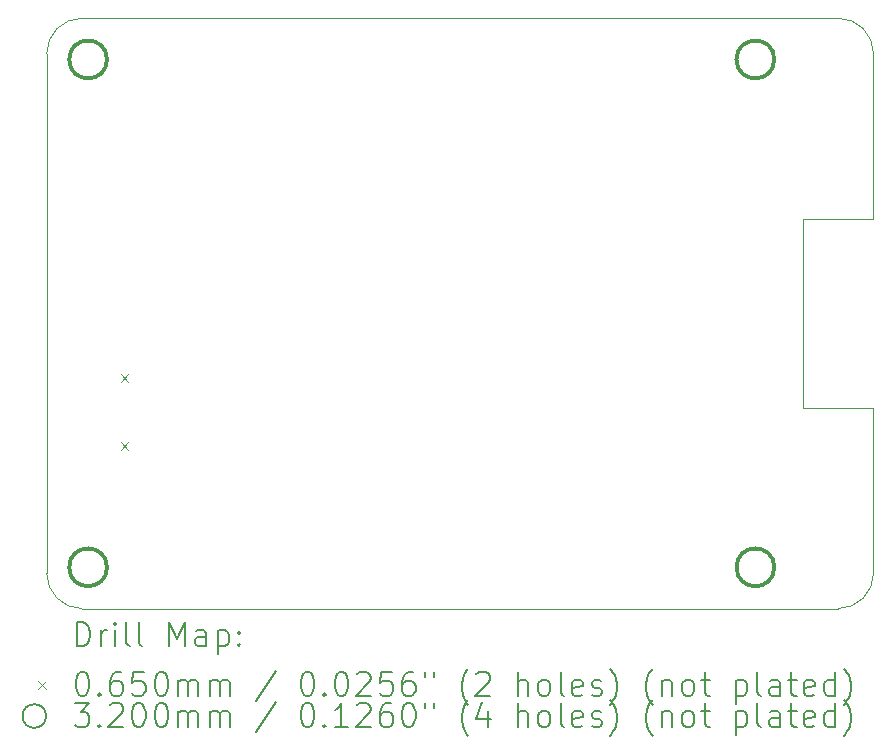
<source format=gbr>
%TF.GenerationSoftware,KiCad,Pcbnew,8.0.7*%
%TF.CreationDate,2025-02-04T22:27:12+09:00*%
%TF.ProjectId,GN10Mainboard,474e3130-4d61-4696-9e62-6f6172642e6b,rev?*%
%TF.SameCoordinates,Original*%
%TF.FileFunction,Drillmap*%
%TF.FilePolarity,Positive*%
%FSLAX45Y45*%
G04 Gerber Fmt 4.5, Leading zero omitted, Abs format (unit mm)*
G04 Created by KiCad (PCBNEW 8.0.7) date 2025-02-04 22:27:12*
%MOMM*%
%LPD*%
G01*
G04 APERTURE LIST*
%ADD10C,0.100000*%
%ADD11C,0.200000*%
%ADD12C,0.320000*%
G04 APERTURE END LIST*
D10*
X13000000Y-14700000D02*
X13000000Y-10300000D01*
X20000000Y-10300000D02*
X20000000Y-11700000D01*
X13300000Y-10000000D02*
X19700000Y-10000000D01*
X19400000Y-13300000D02*
X20000000Y-13300000D01*
X13000000Y-10300000D02*
G75*
G02*
X13300000Y-10000000I300000J0D01*
G01*
X20000000Y-11700000D02*
X19400000Y-11700000D01*
X13300000Y-15000000D02*
G75*
G02*
X13000000Y-14700000I0J300000D01*
G01*
X19700000Y-10000000D02*
G75*
G02*
X20000000Y-10300000I0J-300000D01*
G01*
X19700000Y-15000000D02*
X13300000Y-15000000D01*
X20000000Y-13300000D02*
X20000000Y-14700000D01*
X20000000Y-14700000D02*
G75*
G02*
X19700000Y-15000000I-300000J0D01*
G01*
X19400000Y-11700000D02*
X19400000Y-13300000D01*
D11*
D10*
X13626000Y-13013500D02*
X13691000Y-13078500D01*
X13691000Y-13013500D02*
X13626000Y-13078500D01*
X13626000Y-13591500D02*
X13691000Y-13656500D01*
X13691000Y-13591500D02*
X13626000Y-13656500D01*
D12*
X13510000Y-10350000D02*
G75*
G02*
X13190000Y-10350000I-160000J0D01*
G01*
X13190000Y-10350000D02*
G75*
G02*
X13510000Y-10350000I160000J0D01*
G01*
X13510000Y-14650000D02*
G75*
G02*
X13190000Y-14650000I-160000J0D01*
G01*
X13190000Y-14650000D02*
G75*
G02*
X13510000Y-14650000I160000J0D01*
G01*
X19160000Y-10350000D02*
G75*
G02*
X18840000Y-10350000I-160000J0D01*
G01*
X18840000Y-10350000D02*
G75*
G02*
X19160000Y-10350000I160000J0D01*
G01*
X19160000Y-14650000D02*
G75*
G02*
X18840000Y-14650000I-160000J0D01*
G01*
X18840000Y-14650000D02*
G75*
G02*
X19160000Y-14650000I160000J0D01*
G01*
D11*
X13255777Y-15316484D02*
X13255777Y-15116484D01*
X13255777Y-15116484D02*
X13303396Y-15116484D01*
X13303396Y-15116484D02*
X13331967Y-15126008D01*
X13331967Y-15126008D02*
X13351015Y-15145055D01*
X13351015Y-15145055D02*
X13360539Y-15164103D01*
X13360539Y-15164103D02*
X13370062Y-15202198D01*
X13370062Y-15202198D02*
X13370062Y-15230769D01*
X13370062Y-15230769D02*
X13360539Y-15268865D01*
X13360539Y-15268865D02*
X13351015Y-15287912D01*
X13351015Y-15287912D02*
X13331967Y-15306960D01*
X13331967Y-15306960D02*
X13303396Y-15316484D01*
X13303396Y-15316484D02*
X13255777Y-15316484D01*
X13455777Y-15316484D02*
X13455777Y-15183150D01*
X13455777Y-15221246D02*
X13465301Y-15202198D01*
X13465301Y-15202198D02*
X13474824Y-15192674D01*
X13474824Y-15192674D02*
X13493872Y-15183150D01*
X13493872Y-15183150D02*
X13512920Y-15183150D01*
X13579586Y-15316484D02*
X13579586Y-15183150D01*
X13579586Y-15116484D02*
X13570062Y-15126008D01*
X13570062Y-15126008D02*
X13579586Y-15135531D01*
X13579586Y-15135531D02*
X13589110Y-15126008D01*
X13589110Y-15126008D02*
X13579586Y-15116484D01*
X13579586Y-15116484D02*
X13579586Y-15135531D01*
X13703396Y-15316484D02*
X13684348Y-15306960D01*
X13684348Y-15306960D02*
X13674824Y-15287912D01*
X13674824Y-15287912D02*
X13674824Y-15116484D01*
X13808158Y-15316484D02*
X13789110Y-15306960D01*
X13789110Y-15306960D02*
X13779586Y-15287912D01*
X13779586Y-15287912D02*
X13779586Y-15116484D01*
X14036729Y-15316484D02*
X14036729Y-15116484D01*
X14036729Y-15116484D02*
X14103396Y-15259341D01*
X14103396Y-15259341D02*
X14170062Y-15116484D01*
X14170062Y-15116484D02*
X14170062Y-15316484D01*
X14351015Y-15316484D02*
X14351015Y-15211722D01*
X14351015Y-15211722D02*
X14341491Y-15192674D01*
X14341491Y-15192674D02*
X14322443Y-15183150D01*
X14322443Y-15183150D02*
X14284348Y-15183150D01*
X14284348Y-15183150D02*
X14265301Y-15192674D01*
X14351015Y-15306960D02*
X14331967Y-15316484D01*
X14331967Y-15316484D02*
X14284348Y-15316484D01*
X14284348Y-15316484D02*
X14265301Y-15306960D01*
X14265301Y-15306960D02*
X14255777Y-15287912D01*
X14255777Y-15287912D02*
X14255777Y-15268865D01*
X14255777Y-15268865D02*
X14265301Y-15249817D01*
X14265301Y-15249817D02*
X14284348Y-15240293D01*
X14284348Y-15240293D02*
X14331967Y-15240293D01*
X14331967Y-15240293D02*
X14351015Y-15230769D01*
X14446253Y-15183150D02*
X14446253Y-15383150D01*
X14446253Y-15192674D02*
X14465301Y-15183150D01*
X14465301Y-15183150D02*
X14503396Y-15183150D01*
X14503396Y-15183150D02*
X14522443Y-15192674D01*
X14522443Y-15192674D02*
X14531967Y-15202198D01*
X14531967Y-15202198D02*
X14541491Y-15221246D01*
X14541491Y-15221246D02*
X14541491Y-15278388D01*
X14541491Y-15278388D02*
X14531967Y-15297436D01*
X14531967Y-15297436D02*
X14522443Y-15306960D01*
X14522443Y-15306960D02*
X14503396Y-15316484D01*
X14503396Y-15316484D02*
X14465301Y-15316484D01*
X14465301Y-15316484D02*
X14446253Y-15306960D01*
X14627205Y-15297436D02*
X14636729Y-15306960D01*
X14636729Y-15306960D02*
X14627205Y-15316484D01*
X14627205Y-15316484D02*
X14617682Y-15306960D01*
X14617682Y-15306960D02*
X14627205Y-15297436D01*
X14627205Y-15297436D02*
X14627205Y-15316484D01*
X14627205Y-15192674D02*
X14636729Y-15202198D01*
X14636729Y-15202198D02*
X14627205Y-15211722D01*
X14627205Y-15211722D02*
X14617682Y-15202198D01*
X14617682Y-15202198D02*
X14627205Y-15192674D01*
X14627205Y-15192674D02*
X14627205Y-15211722D01*
D10*
X12930000Y-15612500D02*
X12995000Y-15677500D01*
X12995000Y-15612500D02*
X12930000Y-15677500D01*
D11*
X13293872Y-15536484D02*
X13312920Y-15536484D01*
X13312920Y-15536484D02*
X13331967Y-15546008D01*
X13331967Y-15546008D02*
X13341491Y-15555531D01*
X13341491Y-15555531D02*
X13351015Y-15574579D01*
X13351015Y-15574579D02*
X13360539Y-15612674D01*
X13360539Y-15612674D02*
X13360539Y-15660293D01*
X13360539Y-15660293D02*
X13351015Y-15698388D01*
X13351015Y-15698388D02*
X13341491Y-15717436D01*
X13341491Y-15717436D02*
X13331967Y-15726960D01*
X13331967Y-15726960D02*
X13312920Y-15736484D01*
X13312920Y-15736484D02*
X13293872Y-15736484D01*
X13293872Y-15736484D02*
X13274824Y-15726960D01*
X13274824Y-15726960D02*
X13265301Y-15717436D01*
X13265301Y-15717436D02*
X13255777Y-15698388D01*
X13255777Y-15698388D02*
X13246253Y-15660293D01*
X13246253Y-15660293D02*
X13246253Y-15612674D01*
X13246253Y-15612674D02*
X13255777Y-15574579D01*
X13255777Y-15574579D02*
X13265301Y-15555531D01*
X13265301Y-15555531D02*
X13274824Y-15546008D01*
X13274824Y-15546008D02*
X13293872Y-15536484D01*
X13446253Y-15717436D02*
X13455777Y-15726960D01*
X13455777Y-15726960D02*
X13446253Y-15736484D01*
X13446253Y-15736484D02*
X13436729Y-15726960D01*
X13436729Y-15726960D02*
X13446253Y-15717436D01*
X13446253Y-15717436D02*
X13446253Y-15736484D01*
X13627205Y-15536484D02*
X13589110Y-15536484D01*
X13589110Y-15536484D02*
X13570062Y-15546008D01*
X13570062Y-15546008D02*
X13560539Y-15555531D01*
X13560539Y-15555531D02*
X13541491Y-15584103D01*
X13541491Y-15584103D02*
X13531967Y-15622198D01*
X13531967Y-15622198D02*
X13531967Y-15698388D01*
X13531967Y-15698388D02*
X13541491Y-15717436D01*
X13541491Y-15717436D02*
X13551015Y-15726960D01*
X13551015Y-15726960D02*
X13570062Y-15736484D01*
X13570062Y-15736484D02*
X13608158Y-15736484D01*
X13608158Y-15736484D02*
X13627205Y-15726960D01*
X13627205Y-15726960D02*
X13636729Y-15717436D01*
X13636729Y-15717436D02*
X13646253Y-15698388D01*
X13646253Y-15698388D02*
X13646253Y-15650769D01*
X13646253Y-15650769D02*
X13636729Y-15631722D01*
X13636729Y-15631722D02*
X13627205Y-15622198D01*
X13627205Y-15622198D02*
X13608158Y-15612674D01*
X13608158Y-15612674D02*
X13570062Y-15612674D01*
X13570062Y-15612674D02*
X13551015Y-15622198D01*
X13551015Y-15622198D02*
X13541491Y-15631722D01*
X13541491Y-15631722D02*
X13531967Y-15650769D01*
X13827205Y-15536484D02*
X13731967Y-15536484D01*
X13731967Y-15536484D02*
X13722443Y-15631722D01*
X13722443Y-15631722D02*
X13731967Y-15622198D01*
X13731967Y-15622198D02*
X13751015Y-15612674D01*
X13751015Y-15612674D02*
X13798634Y-15612674D01*
X13798634Y-15612674D02*
X13817682Y-15622198D01*
X13817682Y-15622198D02*
X13827205Y-15631722D01*
X13827205Y-15631722D02*
X13836729Y-15650769D01*
X13836729Y-15650769D02*
X13836729Y-15698388D01*
X13836729Y-15698388D02*
X13827205Y-15717436D01*
X13827205Y-15717436D02*
X13817682Y-15726960D01*
X13817682Y-15726960D02*
X13798634Y-15736484D01*
X13798634Y-15736484D02*
X13751015Y-15736484D01*
X13751015Y-15736484D02*
X13731967Y-15726960D01*
X13731967Y-15726960D02*
X13722443Y-15717436D01*
X13960539Y-15536484D02*
X13979586Y-15536484D01*
X13979586Y-15536484D02*
X13998634Y-15546008D01*
X13998634Y-15546008D02*
X14008158Y-15555531D01*
X14008158Y-15555531D02*
X14017682Y-15574579D01*
X14017682Y-15574579D02*
X14027205Y-15612674D01*
X14027205Y-15612674D02*
X14027205Y-15660293D01*
X14027205Y-15660293D02*
X14017682Y-15698388D01*
X14017682Y-15698388D02*
X14008158Y-15717436D01*
X14008158Y-15717436D02*
X13998634Y-15726960D01*
X13998634Y-15726960D02*
X13979586Y-15736484D01*
X13979586Y-15736484D02*
X13960539Y-15736484D01*
X13960539Y-15736484D02*
X13941491Y-15726960D01*
X13941491Y-15726960D02*
X13931967Y-15717436D01*
X13931967Y-15717436D02*
X13922443Y-15698388D01*
X13922443Y-15698388D02*
X13912920Y-15660293D01*
X13912920Y-15660293D02*
X13912920Y-15612674D01*
X13912920Y-15612674D02*
X13922443Y-15574579D01*
X13922443Y-15574579D02*
X13931967Y-15555531D01*
X13931967Y-15555531D02*
X13941491Y-15546008D01*
X13941491Y-15546008D02*
X13960539Y-15536484D01*
X14112920Y-15736484D02*
X14112920Y-15603150D01*
X14112920Y-15622198D02*
X14122443Y-15612674D01*
X14122443Y-15612674D02*
X14141491Y-15603150D01*
X14141491Y-15603150D02*
X14170063Y-15603150D01*
X14170063Y-15603150D02*
X14189110Y-15612674D01*
X14189110Y-15612674D02*
X14198634Y-15631722D01*
X14198634Y-15631722D02*
X14198634Y-15736484D01*
X14198634Y-15631722D02*
X14208158Y-15612674D01*
X14208158Y-15612674D02*
X14227205Y-15603150D01*
X14227205Y-15603150D02*
X14255777Y-15603150D01*
X14255777Y-15603150D02*
X14274824Y-15612674D01*
X14274824Y-15612674D02*
X14284348Y-15631722D01*
X14284348Y-15631722D02*
X14284348Y-15736484D01*
X14379586Y-15736484D02*
X14379586Y-15603150D01*
X14379586Y-15622198D02*
X14389110Y-15612674D01*
X14389110Y-15612674D02*
X14408158Y-15603150D01*
X14408158Y-15603150D02*
X14436729Y-15603150D01*
X14436729Y-15603150D02*
X14455777Y-15612674D01*
X14455777Y-15612674D02*
X14465301Y-15631722D01*
X14465301Y-15631722D02*
X14465301Y-15736484D01*
X14465301Y-15631722D02*
X14474824Y-15612674D01*
X14474824Y-15612674D02*
X14493872Y-15603150D01*
X14493872Y-15603150D02*
X14522443Y-15603150D01*
X14522443Y-15603150D02*
X14541491Y-15612674D01*
X14541491Y-15612674D02*
X14551015Y-15631722D01*
X14551015Y-15631722D02*
X14551015Y-15736484D01*
X14941491Y-15526960D02*
X14770063Y-15784103D01*
X15198634Y-15536484D02*
X15217682Y-15536484D01*
X15217682Y-15536484D02*
X15236729Y-15546008D01*
X15236729Y-15546008D02*
X15246253Y-15555531D01*
X15246253Y-15555531D02*
X15255777Y-15574579D01*
X15255777Y-15574579D02*
X15265301Y-15612674D01*
X15265301Y-15612674D02*
X15265301Y-15660293D01*
X15265301Y-15660293D02*
X15255777Y-15698388D01*
X15255777Y-15698388D02*
X15246253Y-15717436D01*
X15246253Y-15717436D02*
X15236729Y-15726960D01*
X15236729Y-15726960D02*
X15217682Y-15736484D01*
X15217682Y-15736484D02*
X15198634Y-15736484D01*
X15198634Y-15736484D02*
X15179586Y-15726960D01*
X15179586Y-15726960D02*
X15170063Y-15717436D01*
X15170063Y-15717436D02*
X15160539Y-15698388D01*
X15160539Y-15698388D02*
X15151015Y-15660293D01*
X15151015Y-15660293D02*
X15151015Y-15612674D01*
X15151015Y-15612674D02*
X15160539Y-15574579D01*
X15160539Y-15574579D02*
X15170063Y-15555531D01*
X15170063Y-15555531D02*
X15179586Y-15546008D01*
X15179586Y-15546008D02*
X15198634Y-15536484D01*
X15351015Y-15717436D02*
X15360539Y-15726960D01*
X15360539Y-15726960D02*
X15351015Y-15736484D01*
X15351015Y-15736484D02*
X15341491Y-15726960D01*
X15341491Y-15726960D02*
X15351015Y-15717436D01*
X15351015Y-15717436D02*
X15351015Y-15736484D01*
X15484348Y-15536484D02*
X15503396Y-15536484D01*
X15503396Y-15536484D02*
X15522444Y-15546008D01*
X15522444Y-15546008D02*
X15531967Y-15555531D01*
X15531967Y-15555531D02*
X15541491Y-15574579D01*
X15541491Y-15574579D02*
X15551015Y-15612674D01*
X15551015Y-15612674D02*
X15551015Y-15660293D01*
X15551015Y-15660293D02*
X15541491Y-15698388D01*
X15541491Y-15698388D02*
X15531967Y-15717436D01*
X15531967Y-15717436D02*
X15522444Y-15726960D01*
X15522444Y-15726960D02*
X15503396Y-15736484D01*
X15503396Y-15736484D02*
X15484348Y-15736484D01*
X15484348Y-15736484D02*
X15465301Y-15726960D01*
X15465301Y-15726960D02*
X15455777Y-15717436D01*
X15455777Y-15717436D02*
X15446253Y-15698388D01*
X15446253Y-15698388D02*
X15436729Y-15660293D01*
X15436729Y-15660293D02*
X15436729Y-15612674D01*
X15436729Y-15612674D02*
X15446253Y-15574579D01*
X15446253Y-15574579D02*
X15455777Y-15555531D01*
X15455777Y-15555531D02*
X15465301Y-15546008D01*
X15465301Y-15546008D02*
X15484348Y-15536484D01*
X15627206Y-15555531D02*
X15636729Y-15546008D01*
X15636729Y-15546008D02*
X15655777Y-15536484D01*
X15655777Y-15536484D02*
X15703396Y-15536484D01*
X15703396Y-15536484D02*
X15722444Y-15546008D01*
X15722444Y-15546008D02*
X15731967Y-15555531D01*
X15731967Y-15555531D02*
X15741491Y-15574579D01*
X15741491Y-15574579D02*
X15741491Y-15593627D01*
X15741491Y-15593627D02*
X15731967Y-15622198D01*
X15731967Y-15622198D02*
X15617682Y-15736484D01*
X15617682Y-15736484D02*
X15741491Y-15736484D01*
X15922444Y-15536484D02*
X15827206Y-15536484D01*
X15827206Y-15536484D02*
X15817682Y-15631722D01*
X15817682Y-15631722D02*
X15827206Y-15622198D01*
X15827206Y-15622198D02*
X15846253Y-15612674D01*
X15846253Y-15612674D02*
X15893872Y-15612674D01*
X15893872Y-15612674D02*
X15912920Y-15622198D01*
X15912920Y-15622198D02*
X15922444Y-15631722D01*
X15922444Y-15631722D02*
X15931967Y-15650769D01*
X15931967Y-15650769D02*
X15931967Y-15698388D01*
X15931967Y-15698388D02*
X15922444Y-15717436D01*
X15922444Y-15717436D02*
X15912920Y-15726960D01*
X15912920Y-15726960D02*
X15893872Y-15736484D01*
X15893872Y-15736484D02*
X15846253Y-15736484D01*
X15846253Y-15736484D02*
X15827206Y-15726960D01*
X15827206Y-15726960D02*
X15817682Y-15717436D01*
X16103396Y-15536484D02*
X16065301Y-15536484D01*
X16065301Y-15536484D02*
X16046253Y-15546008D01*
X16046253Y-15546008D02*
X16036729Y-15555531D01*
X16036729Y-15555531D02*
X16017682Y-15584103D01*
X16017682Y-15584103D02*
X16008158Y-15622198D01*
X16008158Y-15622198D02*
X16008158Y-15698388D01*
X16008158Y-15698388D02*
X16017682Y-15717436D01*
X16017682Y-15717436D02*
X16027206Y-15726960D01*
X16027206Y-15726960D02*
X16046253Y-15736484D01*
X16046253Y-15736484D02*
X16084348Y-15736484D01*
X16084348Y-15736484D02*
X16103396Y-15726960D01*
X16103396Y-15726960D02*
X16112920Y-15717436D01*
X16112920Y-15717436D02*
X16122444Y-15698388D01*
X16122444Y-15698388D02*
X16122444Y-15650769D01*
X16122444Y-15650769D02*
X16112920Y-15631722D01*
X16112920Y-15631722D02*
X16103396Y-15622198D01*
X16103396Y-15622198D02*
X16084348Y-15612674D01*
X16084348Y-15612674D02*
X16046253Y-15612674D01*
X16046253Y-15612674D02*
X16027206Y-15622198D01*
X16027206Y-15622198D02*
X16017682Y-15631722D01*
X16017682Y-15631722D02*
X16008158Y-15650769D01*
X16198634Y-15536484D02*
X16198634Y-15574579D01*
X16274825Y-15536484D02*
X16274825Y-15574579D01*
X16570063Y-15812674D02*
X16560539Y-15803150D01*
X16560539Y-15803150D02*
X16541491Y-15774579D01*
X16541491Y-15774579D02*
X16531968Y-15755531D01*
X16531968Y-15755531D02*
X16522444Y-15726960D01*
X16522444Y-15726960D02*
X16512920Y-15679341D01*
X16512920Y-15679341D02*
X16512920Y-15641246D01*
X16512920Y-15641246D02*
X16522444Y-15593627D01*
X16522444Y-15593627D02*
X16531968Y-15565055D01*
X16531968Y-15565055D02*
X16541491Y-15546008D01*
X16541491Y-15546008D02*
X16560539Y-15517436D01*
X16560539Y-15517436D02*
X16570063Y-15507912D01*
X16636729Y-15555531D02*
X16646253Y-15546008D01*
X16646253Y-15546008D02*
X16665301Y-15536484D01*
X16665301Y-15536484D02*
X16712920Y-15536484D01*
X16712920Y-15536484D02*
X16731968Y-15546008D01*
X16731968Y-15546008D02*
X16741491Y-15555531D01*
X16741491Y-15555531D02*
X16751015Y-15574579D01*
X16751015Y-15574579D02*
X16751015Y-15593627D01*
X16751015Y-15593627D02*
X16741491Y-15622198D01*
X16741491Y-15622198D02*
X16627206Y-15736484D01*
X16627206Y-15736484D02*
X16751015Y-15736484D01*
X16989111Y-15736484D02*
X16989111Y-15536484D01*
X17074825Y-15736484D02*
X17074825Y-15631722D01*
X17074825Y-15631722D02*
X17065301Y-15612674D01*
X17065301Y-15612674D02*
X17046253Y-15603150D01*
X17046253Y-15603150D02*
X17017682Y-15603150D01*
X17017682Y-15603150D02*
X16998634Y-15612674D01*
X16998634Y-15612674D02*
X16989111Y-15622198D01*
X17198634Y-15736484D02*
X17179587Y-15726960D01*
X17179587Y-15726960D02*
X17170063Y-15717436D01*
X17170063Y-15717436D02*
X17160539Y-15698388D01*
X17160539Y-15698388D02*
X17160539Y-15641246D01*
X17160539Y-15641246D02*
X17170063Y-15622198D01*
X17170063Y-15622198D02*
X17179587Y-15612674D01*
X17179587Y-15612674D02*
X17198634Y-15603150D01*
X17198634Y-15603150D02*
X17227206Y-15603150D01*
X17227206Y-15603150D02*
X17246253Y-15612674D01*
X17246253Y-15612674D02*
X17255777Y-15622198D01*
X17255777Y-15622198D02*
X17265301Y-15641246D01*
X17265301Y-15641246D02*
X17265301Y-15698388D01*
X17265301Y-15698388D02*
X17255777Y-15717436D01*
X17255777Y-15717436D02*
X17246253Y-15726960D01*
X17246253Y-15726960D02*
X17227206Y-15736484D01*
X17227206Y-15736484D02*
X17198634Y-15736484D01*
X17379587Y-15736484D02*
X17360539Y-15726960D01*
X17360539Y-15726960D02*
X17351015Y-15707912D01*
X17351015Y-15707912D02*
X17351015Y-15536484D01*
X17531968Y-15726960D02*
X17512920Y-15736484D01*
X17512920Y-15736484D02*
X17474825Y-15736484D01*
X17474825Y-15736484D02*
X17455777Y-15726960D01*
X17455777Y-15726960D02*
X17446253Y-15707912D01*
X17446253Y-15707912D02*
X17446253Y-15631722D01*
X17446253Y-15631722D02*
X17455777Y-15612674D01*
X17455777Y-15612674D02*
X17474825Y-15603150D01*
X17474825Y-15603150D02*
X17512920Y-15603150D01*
X17512920Y-15603150D02*
X17531968Y-15612674D01*
X17531968Y-15612674D02*
X17541492Y-15631722D01*
X17541492Y-15631722D02*
X17541492Y-15650769D01*
X17541492Y-15650769D02*
X17446253Y-15669817D01*
X17617682Y-15726960D02*
X17636730Y-15736484D01*
X17636730Y-15736484D02*
X17674825Y-15736484D01*
X17674825Y-15736484D02*
X17693873Y-15726960D01*
X17693873Y-15726960D02*
X17703396Y-15707912D01*
X17703396Y-15707912D02*
X17703396Y-15698388D01*
X17703396Y-15698388D02*
X17693873Y-15679341D01*
X17693873Y-15679341D02*
X17674825Y-15669817D01*
X17674825Y-15669817D02*
X17646253Y-15669817D01*
X17646253Y-15669817D02*
X17627206Y-15660293D01*
X17627206Y-15660293D02*
X17617682Y-15641246D01*
X17617682Y-15641246D02*
X17617682Y-15631722D01*
X17617682Y-15631722D02*
X17627206Y-15612674D01*
X17627206Y-15612674D02*
X17646253Y-15603150D01*
X17646253Y-15603150D02*
X17674825Y-15603150D01*
X17674825Y-15603150D02*
X17693873Y-15612674D01*
X17770063Y-15812674D02*
X17779587Y-15803150D01*
X17779587Y-15803150D02*
X17798634Y-15774579D01*
X17798634Y-15774579D02*
X17808158Y-15755531D01*
X17808158Y-15755531D02*
X17817682Y-15726960D01*
X17817682Y-15726960D02*
X17827206Y-15679341D01*
X17827206Y-15679341D02*
X17827206Y-15641246D01*
X17827206Y-15641246D02*
X17817682Y-15593627D01*
X17817682Y-15593627D02*
X17808158Y-15565055D01*
X17808158Y-15565055D02*
X17798634Y-15546008D01*
X17798634Y-15546008D02*
X17779587Y-15517436D01*
X17779587Y-15517436D02*
X17770063Y-15507912D01*
X18131968Y-15812674D02*
X18122444Y-15803150D01*
X18122444Y-15803150D02*
X18103396Y-15774579D01*
X18103396Y-15774579D02*
X18093873Y-15755531D01*
X18093873Y-15755531D02*
X18084349Y-15726960D01*
X18084349Y-15726960D02*
X18074825Y-15679341D01*
X18074825Y-15679341D02*
X18074825Y-15641246D01*
X18074825Y-15641246D02*
X18084349Y-15593627D01*
X18084349Y-15593627D02*
X18093873Y-15565055D01*
X18093873Y-15565055D02*
X18103396Y-15546008D01*
X18103396Y-15546008D02*
X18122444Y-15517436D01*
X18122444Y-15517436D02*
X18131968Y-15507912D01*
X18208158Y-15603150D02*
X18208158Y-15736484D01*
X18208158Y-15622198D02*
X18217682Y-15612674D01*
X18217682Y-15612674D02*
X18236730Y-15603150D01*
X18236730Y-15603150D02*
X18265301Y-15603150D01*
X18265301Y-15603150D02*
X18284349Y-15612674D01*
X18284349Y-15612674D02*
X18293873Y-15631722D01*
X18293873Y-15631722D02*
X18293873Y-15736484D01*
X18417682Y-15736484D02*
X18398634Y-15726960D01*
X18398634Y-15726960D02*
X18389111Y-15717436D01*
X18389111Y-15717436D02*
X18379587Y-15698388D01*
X18379587Y-15698388D02*
X18379587Y-15641246D01*
X18379587Y-15641246D02*
X18389111Y-15622198D01*
X18389111Y-15622198D02*
X18398634Y-15612674D01*
X18398634Y-15612674D02*
X18417682Y-15603150D01*
X18417682Y-15603150D02*
X18446254Y-15603150D01*
X18446254Y-15603150D02*
X18465301Y-15612674D01*
X18465301Y-15612674D02*
X18474825Y-15622198D01*
X18474825Y-15622198D02*
X18484349Y-15641246D01*
X18484349Y-15641246D02*
X18484349Y-15698388D01*
X18484349Y-15698388D02*
X18474825Y-15717436D01*
X18474825Y-15717436D02*
X18465301Y-15726960D01*
X18465301Y-15726960D02*
X18446254Y-15736484D01*
X18446254Y-15736484D02*
X18417682Y-15736484D01*
X18541492Y-15603150D02*
X18617682Y-15603150D01*
X18570063Y-15536484D02*
X18570063Y-15707912D01*
X18570063Y-15707912D02*
X18579587Y-15726960D01*
X18579587Y-15726960D02*
X18598634Y-15736484D01*
X18598634Y-15736484D02*
X18617682Y-15736484D01*
X18836730Y-15603150D02*
X18836730Y-15803150D01*
X18836730Y-15612674D02*
X18855777Y-15603150D01*
X18855777Y-15603150D02*
X18893873Y-15603150D01*
X18893873Y-15603150D02*
X18912920Y-15612674D01*
X18912920Y-15612674D02*
X18922444Y-15622198D01*
X18922444Y-15622198D02*
X18931968Y-15641246D01*
X18931968Y-15641246D02*
X18931968Y-15698388D01*
X18931968Y-15698388D02*
X18922444Y-15717436D01*
X18922444Y-15717436D02*
X18912920Y-15726960D01*
X18912920Y-15726960D02*
X18893873Y-15736484D01*
X18893873Y-15736484D02*
X18855777Y-15736484D01*
X18855777Y-15736484D02*
X18836730Y-15726960D01*
X19046254Y-15736484D02*
X19027206Y-15726960D01*
X19027206Y-15726960D02*
X19017682Y-15707912D01*
X19017682Y-15707912D02*
X19017682Y-15536484D01*
X19208158Y-15736484D02*
X19208158Y-15631722D01*
X19208158Y-15631722D02*
X19198635Y-15612674D01*
X19198635Y-15612674D02*
X19179587Y-15603150D01*
X19179587Y-15603150D02*
X19141492Y-15603150D01*
X19141492Y-15603150D02*
X19122444Y-15612674D01*
X19208158Y-15726960D02*
X19189111Y-15736484D01*
X19189111Y-15736484D02*
X19141492Y-15736484D01*
X19141492Y-15736484D02*
X19122444Y-15726960D01*
X19122444Y-15726960D02*
X19112920Y-15707912D01*
X19112920Y-15707912D02*
X19112920Y-15688865D01*
X19112920Y-15688865D02*
X19122444Y-15669817D01*
X19122444Y-15669817D02*
X19141492Y-15660293D01*
X19141492Y-15660293D02*
X19189111Y-15660293D01*
X19189111Y-15660293D02*
X19208158Y-15650769D01*
X19274825Y-15603150D02*
X19351015Y-15603150D01*
X19303396Y-15536484D02*
X19303396Y-15707912D01*
X19303396Y-15707912D02*
X19312920Y-15726960D01*
X19312920Y-15726960D02*
X19331968Y-15736484D01*
X19331968Y-15736484D02*
X19351015Y-15736484D01*
X19493873Y-15726960D02*
X19474825Y-15736484D01*
X19474825Y-15736484D02*
X19436730Y-15736484D01*
X19436730Y-15736484D02*
X19417682Y-15726960D01*
X19417682Y-15726960D02*
X19408158Y-15707912D01*
X19408158Y-15707912D02*
X19408158Y-15631722D01*
X19408158Y-15631722D02*
X19417682Y-15612674D01*
X19417682Y-15612674D02*
X19436730Y-15603150D01*
X19436730Y-15603150D02*
X19474825Y-15603150D01*
X19474825Y-15603150D02*
X19493873Y-15612674D01*
X19493873Y-15612674D02*
X19503396Y-15631722D01*
X19503396Y-15631722D02*
X19503396Y-15650769D01*
X19503396Y-15650769D02*
X19408158Y-15669817D01*
X19674825Y-15736484D02*
X19674825Y-15536484D01*
X19674825Y-15726960D02*
X19655777Y-15736484D01*
X19655777Y-15736484D02*
X19617682Y-15736484D01*
X19617682Y-15736484D02*
X19598635Y-15726960D01*
X19598635Y-15726960D02*
X19589111Y-15717436D01*
X19589111Y-15717436D02*
X19579587Y-15698388D01*
X19579587Y-15698388D02*
X19579587Y-15641246D01*
X19579587Y-15641246D02*
X19589111Y-15622198D01*
X19589111Y-15622198D02*
X19598635Y-15612674D01*
X19598635Y-15612674D02*
X19617682Y-15603150D01*
X19617682Y-15603150D02*
X19655777Y-15603150D01*
X19655777Y-15603150D02*
X19674825Y-15612674D01*
X19751016Y-15812674D02*
X19760539Y-15803150D01*
X19760539Y-15803150D02*
X19779587Y-15774579D01*
X19779587Y-15774579D02*
X19789111Y-15755531D01*
X19789111Y-15755531D02*
X19798635Y-15726960D01*
X19798635Y-15726960D02*
X19808158Y-15679341D01*
X19808158Y-15679341D02*
X19808158Y-15641246D01*
X19808158Y-15641246D02*
X19798635Y-15593627D01*
X19798635Y-15593627D02*
X19789111Y-15565055D01*
X19789111Y-15565055D02*
X19779587Y-15546008D01*
X19779587Y-15546008D02*
X19760539Y-15517436D01*
X19760539Y-15517436D02*
X19751016Y-15507912D01*
X12995000Y-15909000D02*
G75*
G02*
X12795000Y-15909000I-100000J0D01*
G01*
X12795000Y-15909000D02*
G75*
G02*
X12995000Y-15909000I100000J0D01*
G01*
X13236729Y-15800484D02*
X13360539Y-15800484D01*
X13360539Y-15800484D02*
X13293872Y-15876674D01*
X13293872Y-15876674D02*
X13322443Y-15876674D01*
X13322443Y-15876674D02*
X13341491Y-15886198D01*
X13341491Y-15886198D02*
X13351015Y-15895722D01*
X13351015Y-15895722D02*
X13360539Y-15914769D01*
X13360539Y-15914769D02*
X13360539Y-15962388D01*
X13360539Y-15962388D02*
X13351015Y-15981436D01*
X13351015Y-15981436D02*
X13341491Y-15990960D01*
X13341491Y-15990960D02*
X13322443Y-16000484D01*
X13322443Y-16000484D02*
X13265301Y-16000484D01*
X13265301Y-16000484D02*
X13246253Y-15990960D01*
X13246253Y-15990960D02*
X13236729Y-15981436D01*
X13446253Y-15981436D02*
X13455777Y-15990960D01*
X13455777Y-15990960D02*
X13446253Y-16000484D01*
X13446253Y-16000484D02*
X13436729Y-15990960D01*
X13436729Y-15990960D02*
X13446253Y-15981436D01*
X13446253Y-15981436D02*
X13446253Y-16000484D01*
X13531967Y-15819531D02*
X13541491Y-15810008D01*
X13541491Y-15810008D02*
X13560539Y-15800484D01*
X13560539Y-15800484D02*
X13608158Y-15800484D01*
X13608158Y-15800484D02*
X13627205Y-15810008D01*
X13627205Y-15810008D02*
X13636729Y-15819531D01*
X13636729Y-15819531D02*
X13646253Y-15838579D01*
X13646253Y-15838579D02*
X13646253Y-15857627D01*
X13646253Y-15857627D02*
X13636729Y-15886198D01*
X13636729Y-15886198D02*
X13522443Y-16000484D01*
X13522443Y-16000484D02*
X13646253Y-16000484D01*
X13770062Y-15800484D02*
X13789110Y-15800484D01*
X13789110Y-15800484D02*
X13808158Y-15810008D01*
X13808158Y-15810008D02*
X13817682Y-15819531D01*
X13817682Y-15819531D02*
X13827205Y-15838579D01*
X13827205Y-15838579D02*
X13836729Y-15876674D01*
X13836729Y-15876674D02*
X13836729Y-15924293D01*
X13836729Y-15924293D02*
X13827205Y-15962388D01*
X13827205Y-15962388D02*
X13817682Y-15981436D01*
X13817682Y-15981436D02*
X13808158Y-15990960D01*
X13808158Y-15990960D02*
X13789110Y-16000484D01*
X13789110Y-16000484D02*
X13770062Y-16000484D01*
X13770062Y-16000484D02*
X13751015Y-15990960D01*
X13751015Y-15990960D02*
X13741491Y-15981436D01*
X13741491Y-15981436D02*
X13731967Y-15962388D01*
X13731967Y-15962388D02*
X13722443Y-15924293D01*
X13722443Y-15924293D02*
X13722443Y-15876674D01*
X13722443Y-15876674D02*
X13731967Y-15838579D01*
X13731967Y-15838579D02*
X13741491Y-15819531D01*
X13741491Y-15819531D02*
X13751015Y-15810008D01*
X13751015Y-15810008D02*
X13770062Y-15800484D01*
X13960539Y-15800484D02*
X13979586Y-15800484D01*
X13979586Y-15800484D02*
X13998634Y-15810008D01*
X13998634Y-15810008D02*
X14008158Y-15819531D01*
X14008158Y-15819531D02*
X14017682Y-15838579D01*
X14017682Y-15838579D02*
X14027205Y-15876674D01*
X14027205Y-15876674D02*
X14027205Y-15924293D01*
X14027205Y-15924293D02*
X14017682Y-15962388D01*
X14017682Y-15962388D02*
X14008158Y-15981436D01*
X14008158Y-15981436D02*
X13998634Y-15990960D01*
X13998634Y-15990960D02*
X13979586Y-16000484D01*
X13979586Y-16000484D02*
X13960539Y-16000484D01*
X13960539Y-16000484D02*
X13941491Y-15990960D01*
X13941491Y-15990960D02*
X13931967Y-15981436D01*
X13931967Y-15981436D02*
X13922443Y-15962388D01*
X13922443Y-15962388D02*
X13912920Y-15924293D01*
X13912920Y-15924293D02*
X13912920Y-15876674D01*
X13912920Y-15876674D02*
X13922443Y-15838579D01*
X13922443Y-15838579D02*
X13931967Y-15819531D01*
X13931967Y-15819531D02*
X13941491Y-15810008D01*
X13941491Y-15810008D02*
X13960539Y-15800484D01*
X14112920Y-16000484D02*
X14112920Y-15867150D01*
X14112920Y-15886198D02*
X14122443Y-15876674D01*
X14122443Y-15876674D02*
X14141491Y-15867150D01*
X14141491Y-15867150D02*
X14170063Y-15867150D01*
X14170063Y-15867150D02*
X14189110Y-15876674D01*
X14189110Y-15876674D02*
X14198634Y-15895722D01*
X14198634Y-15895722D02*
X14198634Y-16000484D01*
X14198634Y-15895722D02*
X14208158Y-15876674D01*
X14208158Y-15876674D02*
X14227205Y-15867150D01*
X14227205Y-15867150D02*
X14255777Y-15867150D01*
X14255777Y-15867150D02*
X14274824Y-15876674D01*
X14274824Y-15876674D02*
X14284348Y-15895722D01*
X14284348Y-15895722D02*
X14284348Y-16000484D01*
X14379586Y-16000484D02*
X14379586Y-15867150D01*
X14379586Y-15886198D02*
X14389110Y-15876674D01*
X14389110Y-15876674D02*
X14408158Y-15867150D01*
X14408158Y-15867150D02*
X14436729Y-15867150D01*
X14436729Y-15867150D02*
X14455777Y-15876674D01*
X14455777Y-15876674D02*
X14465301Y-15895722D01*
X14465301Y-15895722D02*
X14465301Y-16000484D01*
X14465301Y-15895722D02*
X14474824Y-15876674D01*
X14474824Y-15876674D02*
X14493872Y-15867150D01*
X14493872Y-15867150D02*
X14522443Y-15867150D01*
X14522443Y-15867150D02*
X14541491Y-15876674D01*
X14541491Y-15876674D02*
X14551015Y-15895722D01*
X14551015Y-15895722D02*
X14551015Y-16000484D01*
X14941491Y-15790960D02*
X14770063Y-16048103D01*
X15198634Y-15800484D02*
X15217682Y-15800484D01*
X15217682Y-15800484D02*
X15236729Y-15810008D01*
X15236729Y-15810008D02*
X15246253Y-15819531D01*
X15246253Y-15819531D02*
X15255777Y-15838579D01*
X15255777Y-15838579D02*
X15265301Y-15876674D01*
X15265301Y-15876674D02*
X15265301Y-15924293D01*
X15265301Y-15924293D02*
X15255777Y-15962388D01*
X15255777Y-15962388D02*
X15246253Y-15981436D01*
X15246253Y-15981436D02*
X15236729Y-15990960D01*
X15236729Y-15990960D02*
X15217682Y-16000484D01*
X15217682Y-16000484D02*
X15198634Y-16000484D01*
X15198634Y-16000484D02*
X15179586Y-15990960D01*
X15179586Y-15990960D02*
X15170063Y-15981436D01*
X15170063Y-15981436D02*
X15160539Y-15962388D01*
X15160539Y-15962388D02*
X15151015Y-15924293D01*
X15151015Y-15924293D02*
X15151015Y-15876674D01*
X15151015Y-15876674D02*
X15160539Y-15838579D01*
X15160539Y-15838579D02*
X15170063Y-15819531D01*
X15170063Y-15819531D02*
X15179586Y-15810008D01*
X15179586Y-15810008D02*
X15198634Y-15800484D01*
X15351015Y-15981436D02*
X15360539Y-15990960D01*
X15360539Y-15990960D02*
X15351015Y-16000484D01*
X15351015Y-16000484D02*
X15341491Y-15990960D01*
X15341491Y-15990960D02*
X15351015Y-15981436D01*
X15351015Y-15981436D02*
X15351015Y-16000484D01*
X15551015Y-16000484D02*
X15436729Y-16000484D01*
X15493872Y-16000484D02*
X15493872Y-15800484D01*
X15493872Y-15800484D02*
X15474825Y-15829055D01*
X15474825Y-15829055D02*
X15455777Y-15848103D01*
X15455777Y-15848103D02*
X15436729Y-15857627D01*
X15627206Y-15819531D02*
X15636729Y-15810008D01*
X15636729Y-15810008D02*
X15655777Y-15800484D01*
X15655777Y-15800484D02*
X15703396Y-15800484D01*
X15703396Y-15800484D02*
X15722444Y-15810008D01*
X15722444Y-15810008D02*
X15731967Y-15819531D01*
X15731967Y-15819531D02*
X15741491Y-15838579D01*
X15741491Y-15838579D02*
X15741491Y-15857627D01*
X15741491Y-15857627D02*
X15731967Y-15886198D01*
X15731967Y-15886198D02*
X15617682Y-16000484D01*
X15617682Y-16000484D02*
X15741491Y-16000484D01*
X15912920Y-15800484D02*
X15874825Y-15800484D01*
X15874825Y-15800484D02*
X15855777Y-15810008D01*
X15855777Y-15810008D02*
X15846253Y-15819531D01*
X15846253Y-15819531D02*
X15827206Y-15848103D01*
X15827206Y-15848103D02*
X15817682Y-15886198D01*
X15817682Y-15886198D02*
X15817682Y-15962388D01*
X15817682Y-15962388D02*
X15827206Y-15981436D01*
X15827206Y-15981436D02*
X15836729Y-15990960D01*
X15836729Y-15990960D02*
X15855777Y-16000484D01*
X15855777Y-16000484D02*
X15893872Y-16000484D01*
X15893872Y-16000484D02*
X15912920Y-15990960D01*
X15912920Y-15990960D02*
X15922444Y-15981436D01*
X15922444Y-15981436D02*
X15931967Y-15962388D01*
X15931967Y-15962388D02*
X15931967Y-15914769D01*
X15931967Y-15914769D02*
X15922444Y-15895722D01*
X15922444Y-15895722D02*
X15912920Y-15886198D01*
X15912920Y-15886198D02*
X15893872Y-15876674D01*
X15893872Y-15876674D02*
X15855777Y-15876674D01*
X15855777Y-15876674D02*
X15836729Y-15886198D01*
X15836729Y-15886198D02*
X15827206Y-15895722D01*
X15827206Y-15895722D02*
X15817682Y-15914769D01*
X16055777Y-15800484D02*
X16074825Y-15800484D01*
X16074825Y-15800484D02*
X16093872Y-15810008D01*
X16093872Y-15810008D02*
X16103396Y-15819531D01*
X16103396Y-15819531D02*
X16112920Y-15838579D01*
X16112920Y-15838579D02*
X16122444Y-15876674D01*
X16122444Y-15876674D02*
X16122444Y-15924293D01*
X16122444Y-15924293D02*
X16112920Y-15962388D01*
X16112920Y-15962388D02*
X16103396Y-15981436D01*
X16103396Y-15981436D02*
X16093872Y-15990960D01*
X16093872Y-15990960D02*
X16074825Y-16000484D01*
X16074825Y-16000484D02*
X16055777Y-16000484D01*
X16055777Y-16000484D02*
X16036729Y-15990960D01*
X16036729Y-15990960D02*
X16027206Y-15981436D01*
X16027206Y-15981436D02*
X16017682Y-15962388D01*
X16017682Y-15962388D02*
X16008158Y-15924293D01*
X16008158Y-15924293D02*
X16008158Y-15876674D01*
X16008158Y-15876674D02*
X16017682Y-15838579D01*
X16017682Y-15838579D02*
X16027206Y-15819531D01*
X16027206Y-15819531D02*
X16036729Y-15810008D01*
X16036729Y-15810008D02*
X16055777Y-15800484D01*
X16198634Y-15800484D02*
X16198634Y-15838579D01*
X16274825Y-15800484D02*
X16274825Y-15838579D01*
X16570063Y-16076674D02*
X16560539Y-16067150D01*
X16560539Y-16067150D02*
X16541491Y-16038579D01*
X16541491Y-16038579D02*
X16531968Y-16019531D01*
X16531968Y-16019531D02*
X16522444Y-15990960D01*
X16522444Y-15990960D02*
X16512920Y-15943341D01*
X16512920Y-15943341D02*
X16512920Y-15905246D01*
X16512920Y-15905246D02*
X16522444Y-15857627D01*
X16522444Y-15857627D02*
X16531968Y-15829055D01*
X16531968Y-15829055D02*
X16541491Y-15810008D01*
X16541491Y-15810008D02*
X16560539Y-15781436D01*
X16560539Y-15781436D02*
X16570063Y-15771912D01*
X16731968Y-15867150D02*
X16731968Y-16000484D01*
X16684348Y-15790960D02*
X16636729Y-15933817D01*
X16636729Y-15933817D02*
X16760539Y-15933817D01*
X16989111Y-16000484D02*
X16989111Y-15800484D01*
X17074825Y-16000484D02*
X17074825Y-15895722D01*
X17074825Y-15895722D02*
X17065301Y-15876674D01*
X17065301Y-15876674D02*
X17046253Y-15867150D01*
X17046253Y-15867150D02*
X17017682Y-15867150D01*
X17017682Y-15867150D02*
X16998634Y-15876674D01*
X16998634Y-15876674D02*
X16989111Y-15886198D01*
X17198634Y-16000484D02*
X17179587Y-15990960D01*
X17179587Y-15990960D02*
X17170063Y-15981436D01*
X17170063Y-15981436D02*
X17160539Y-15962388D01*
X17160539Y-15962388D02*
X17160539Y-15905246D01*
X17160539Y-15905246D02*
X17170063Y-15886198D01*
X17170063Y-15886198D02*
X17179587Y-15876674D01*
X17179587Y-15876674D02*
X17198634Y-15867150D01*
X17198634Y-15867150D02*
X17227206Y-15867150D01*
X17227206Y-15867150D02*
X17246253Y-15876674D01*
X17246253Y-15876674D02*
X17255777Y-15886198D01*
X17255777Y-15886198D02*
X17265301Y-15905246D01*
X17265301Y-15905246D02*
X17265301Y-15962388D01*
X17265301Y-15962388D02*
X17255777Y-15981436D01*
X17255777Y-15981436D02*
X17246253Y-15990960D01*
X17246253Y-15990960D02*
X17227206Y-16000484D01*
X17227206Y-16000484D02*
X17198634Y-16000484D01*
X17379587Y-16000484D02*
X17360539Y-15990960D01*
X17360539Y-15990960D02*
X17351015Y-15971912D01*
X17351015Y-15971912D02*
X17351015Y-15800484D01*
X17531968Y-15990960D02*
X17512920Y-16000484D01*
X17512920Y-16000484D02*
X17474825Y-16000484D01*
X17474825Y-16000484D02*
X17455777Y-15990960D01*
X17455777Y-15990960D02*
X17446253Y-15971912D01*
X17446253Y-15971912D02*
X17446253Y-15895722D01*
X17446253Y-15895722D02*
X17455777Y-15876674D01*
X17455777Y-15876674D02*
X17474825Y-15867150D01*
X17474825Y-15867150D02*
X17512920Y-15867150D01*
X17512920Y-15867150D02*
X17531968Y-15876674D01*
X17531968Y-15876674D02*
X17541492Y-15895722D01*
X17541492Y-15895722D02*
X17541492Y-15914769D01*
X17541492Y-15914769D02*
X17446253Y-15933817D01*
X17617682Y-15990960D02*
X17636730Y-16000484D01*
X17636730Y-16000484D02*
X17674825Y-16000484D01*
X17674825Y-16000484D02*
X17693873Y-15990960D01*
X17693873Y-15990960D02*
X17703396Y-15971912D01*
X17703396Y-15971912D02*
X17703396Y-15962388D01*
X17703396Y-15962388D02*
X17693873Y-15943341D01*
X17693873Y-15943341D02*
X17674825Y-15933817D01*
X17674825Y-15933817D02*
X17646253Y-15933817D01*
X17646253Y-15933817D02*
X17627206Y-15924293D01*
X17627206Y-15924293D02*
X17617682Y-15905246D01*
X17617682Y-15905246D02*
X17617682Y-15895722D01*
X17617682Y-15895722D02*
X17627206Y-15876674D01*
X17627206Y-15876674D02*
X17646253Y-15867150D01*
X17646253Y-15867150D02*
X17674825Y-15867150D01*
X17674825Y-15867150D02*
X17693873Y-15876674D01*
X17770063Y-16076674D02*
X17779587Y-16067150D01*
X17779587Y-16067150D02*
X17798634Y-16038579D01*
X17798634Y-16038579D02*
X17808158Y-16019531D01*
X17808158Y-16019531D02*
X17817682Y-15990960D01*
X17817682Y-15990960D02*
X17827206Y-15943341D01*
X17827206Y-15943341D02*
X17827206Y-15905246D01*
X17827206Y-15905246D02*
X17817682Y-15857627D01*
X17817682Y-15857627D02*
X17808158Y-15829055D01*
X17808158Y-15829055D02*
X17798634Y-15810008D01*
X17798634Y-15810008D02*
X17779587Y-15781436D01*
X17779587Y-15781436D02*
X17770063Y-15771912D01*
X18131968Y-16076674D02*
X18122444Y-16067150D01*
X18122444Y-16067150D02*
X18103396Y-16038579D01*
X18103396Y-16038579D02*
X18093873Y-16019531D01*
X18093873Y-16019531D02*
X18084349Y-15990960D01*
X18084349Y-15990960D02*
X18074825Y-15943341D01*
X18074825Y-15943341D02*
X18074825Y-15905246D01*
X18074825Y-15905246D02*
X18084349Y-15857627D01*
X18084349Y-15857627D02*
X18093873Y-15829055D01*
X18093873Y-15829055D02*
X18103396Y-15810008D01*
X18103396Y-15810008D02*
X18122444Y-15781436D01*
X18122444Y-15781436D02*
X18131968Y-15771912D01*
X18208158Y-15867150D02*
X18208158Y-16000484D01*
X18208158Y-15886198D02*
X18217682Y-15876674D01*
X18217682Y-15876674D02*
X18236730Y-15867150D01*
X18236730Y-15867150D02*
X18265301Y-15867150D01*
X18265301Y-15867150D02*
X18284349Y-15876674D01*
X18284349Y-15876674D02*
X18293873Y-15895722D01*
X18293873Y-15895722D02*
X18293873Y-16000484D01*
X18417682Y-16000484D02*
X18398634Y-15990960D01*
X18398634Y-15990960D02*
X18389111Y-15981436D01*
X18389111Y-15981436D02*
X18379587Y-15962388D01*
X18379587Y-15962388D02*
X18379587Y-15905246D01*
X18379587Y-15905246D02*
X18389111Y-15886198D01*
X18389111Y-15886198D02*
X18398634Y-15876674D01*
X18398634Y-15876674D02*
X18417682Y-15867150D01*
X18417682Y-15867150D02*
X18446254Y-15867150D01*
X18446254Y-15867150D02*
X18465301Y-15876674D01*
X18465301Y-15876674D02*
X18474825Y-15886198D01*
X18474825Y-15886198D02*
X18484349Y-15905246D01*
X18484349Y-15905246D02*
X18484349Y-15962388D01*
X18484349Y-15962388D02*
X18474825Y-15981436D01*
X18474825Y-15981436D02*
X18465301Y-15990960D01*
X18465301Y-15990960D02*
X18446254Y-16000484D01*
X18446254Y-16000484D02*
X18417682Y-16000484D01*
X18541492Y-15867150D02*
X18617682Y-15867150D01*
X18570063Y-15800484D02*
X18570063Y-15971912D01*
X18570063Y-15971912D02*
X18579587Y-15990960D01*
X18579587Y-15990960D02*
X18598634Y-16000484D01*
X18598634Y-16000484D02*
X18617682Y-16000484D01*
X18836730Y-15867150D02*
X18836730Y-16067150D01*
X18836730Y-15876674D02*
X18855777Y-15867150D01*
X18855777Y-15867150D02*
X18893873Y-15867150D01*
X18893873Y-15867150D02*
X18912920Y-15876674D01*
X18912920Y-15876674D02*
X18922444Y-15886198D01*
X18922444Y-15886198D02*
X18931968Y-15905246D01*
X18931968Y-15905246D02*
X18931968Y-15962388D01*
X18931968Y-15962388D02*
X18922444Y-15981436D01*
X18922444Y-15981436D02*
X18912920Y-15990960D01*
X18912920Y-15990960D02*
X18893873Y-16000484D01*
X18893873Y-16000484D02*
X18855777Y-16000484D01*
X18855777Y-16000484D02*
X18836730Y-15990960D01*
X19046254Y-16000484D02*
X19027206Y-15990960D01*
X19027206Y-15990960D02*
X19017682Y-15971912D01*
X19017682Y-15971912D02*
X19017682Y-15800484D01*
X19208158Y-16000484D02*
X19208158Y-15895722D01*
X19208158Y-15895722D02*
X19198635Y-15876674D01*
X19198635Y-15876674D02*
X19179587Y-15867150D01*
X19179587Y-15867150D02*
X19141492Y-15867150D01*
X19141492Y-15867150D02*
X19122444Y-15876674D01*
X19208158Y-15990960D02*
X19189111Y-16000484D01*
X19189111Y-16000484D02*
X19141492Y-16000484D01*
X19141492Y-16000484D02*
X19122444Y-15990960D01*
X19122444Y-15990960D02*
X19112920Y-15971912D01*
X19112920Y-15971912D02*
X19112920Y-15952865D01*
X19112920Y-15952865D02*
X19122444Y-15933817D01*
X19122444Y-15933817D02*
X19141492Y-15924293D01*
X19141492Y-15924293D02*
X19189111Y-15924293D01*
X19189111Y-15924293D02*
X19208158Y-15914769D01*
X19274825Y-15867150D02*
X19351015Y-15867150D01*
X19303396Y-15800484D02*
X19303396Y-15971912D01*
X19303396Y-15971912D02*
X19312920Y-15990960D01*
X19312920Y-15990960D02*
X19331968Y-16000484D01*
X19331968Y-16000484D02*
X19351015Y-16000484D01*
X19493873Y-15990960D02*
X19474825Y-16000484D01*
X19474825Y-16000484D02*
X19436730Y-16000484D01*
X19436730Y-16000484D02*
X19417682Y-15990960D01*
X19417682Y-15990960D02*
X19408158Y-15971912D01*
X19408158Y-15971912D02*
X19408158Y-15895722D01*
X19408158Y-15895722D02*
X19417682Y-15876674D01*
X19417682Y-15876674D02*
X19436730Y-15867150D01*
X19436730Y-15867150D02*
X19474825Y-15867150D01*
X19474825Y-15867150D02*
X19493873Y-15876674D01*
X19493873Y-15876674D02*
X19503396Y-15895722D01*
X19503396Y-15895722D02*
X19503396Y-15914769D01*
X19503396Y-15914769D02*
X19408158Y-15933817D01*
X19674825Y-16000484D02*
X19674825Y-15800484D01*
X19674825Y-15990960D02*
X19655777Y-16000484D01*
X19655777Y-16000484D02*
X19617682Y-16000484D01*
X19617682Y-16000484D02*
X19598635Y-15990960D01*
X19598635Y-15990960D02*
X19589111Y-15981436D01*
X19589111Y-15981436D02*
X19579587Y-15962388D01*
X19579587Y-15962388D02*
X19579587Y-15905246D01*
X19579587Y-15905246D02*
X19589111Y-15886198D01*
X19589111Y-15886198D02*
X19598635Y-15876674D01*
X19598635Y-15876674D02*
X19617682Y-15867150D01*
X19617682Y-15867150D02*
X19655777Y-15867150D01*
X19655777Y-15867150D02*
X19674825Y-15876674D01*
X19751016Y-16076674D02*
X19760539Y-16067150D01*
X19760539Y-16067150D02*
X19779587Y-16038579D01*
X19779587Y-16038579D02*
X19789111Y-16019531D01*
X19789111Y-16019531D02*
X19798635Y-15990960D01*
X19798635Y-15990960D02*
X19808158Y-15943341D01*
X19808158Y-15943341D02*
X19808158Y-15905246D01*
X19808158Y-15905246D02*
X19798635Y-15857627D01*
X19798635Y-15857627D02*
X19789111Y-15829055D01*
X19789111Y-15829055D02*
X19779587Y-15810008D01*
X19779587Y-15810008D02*
X19760539Y-15781436D01*
X19760539Y-15781436D02*
X19751016Y-15771912D01*
M02*

</source>
